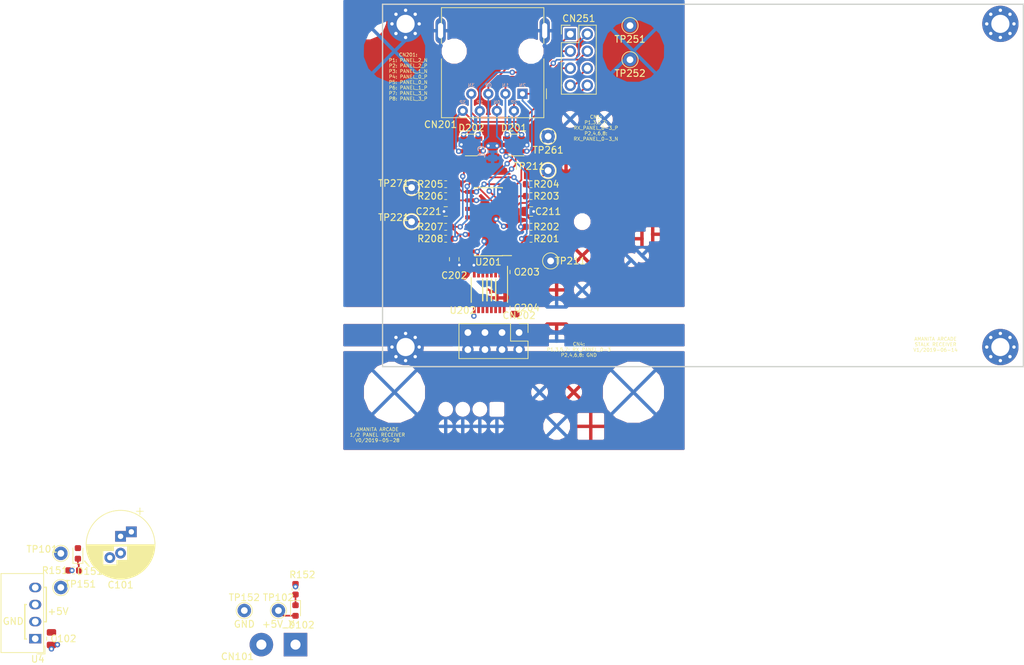
<source format=kicad_pcb>
(kicad_pcb (version 20171130) (host pcbnew 5.0.2-bee76a0~70~ubuntu18.04.1)
  (layers (0 F.Cu signal) (31 B.Cu signal) (34 B.Paste user) (35 F.Paste user) (36 B.SilkS user) (37 F.SilkS user) (38 B.Mask user) (39 F.Mask user) (44 Edge.Cuts user))
  (net 0 "")
  (net 1 /+2.5B)
  (net 2 /+2.5A)
  (net 3 /IN_TX_PANEL_1_P)
  (net 4 /IN_TX_PANEL_0_P)
  (net 5 /IN_TX_PANEL_0_N)
  (net 6 /IN_TX_PANEL_1_N)
  (net 7 /IN_TX_PANEL_2_P)
  (net 8 /IN_TX_PANEL_2_N)
  (net 9 /IN_TX_PANEL_3_N)
  (net 10 GND_S)
  (net 11 +5V_X)
  (net 12 +5V_SX)
  (net 13 "Net-(R10-Pad1)")
  (net 14 "Net-(U2-Pad7)")
  (net 15 /IN_TX_PANEL_3_P)
  (net 16 GND)
  (net 17 /IN_TX_PANEL_0)
  (net 18 /IN_TX_PANEL_1)
  (net 19 /IN_TX_PANEL_2)
  (net 20 /IN_TX_PANEL_3)
  (net 21 /TX_PANEL_3)
  (net 22 /TX_PANEL_2)
  (net 23 /TX_PANEL_1)
  (net 24 /TX_PANEL_0)
  (net 25 "Net-(D4-Pad1)")
  (net 26 "Net-(D3-Pad1)")
  (module MountingHole:MountingHole_2.7mm_M2.5_Pad_Via (layer F.Cu) (at 183.388 53.086)
    (fp_text reference H2 hide)
    (fp_text value MountingHole_Pad)
    (pad 1 thru_hole circle (at 1.431891 -1.431891) (size 0.8 0.8) (drill 0.5) (layers *.Cu *.Mask) (net 16 GND))
    (pad 1 thru_hole circle (at 0 -2.025) (size 0.8 0.8) (drill 0.5) (layers *.Cu *.Mask) (net 16 GND))
    (pad 1 thru_hole circle (at -1.431891 -1.431891) (size 0.8 0.8) (drill 0.5) (layers *.Cu *.Mask) (net 16 GND))
    (pad 1 thru_hole circle (at -2.025 0) (size 0.8 0.8) (drill 0.5) (layers *.Cu *.Mask) (net 16 GND))
    (pad 1 thru_hole circle (at -1.431891 1.431891) (size 0.8 0.8) (drill 0.5) (layers *.Cu *.Mask) (net 16 GND))
    (pad 1 thru_hole circle (at 0 2.025) (size 0.8 0.8) (drill 0.5) (layers *.Cu *.Mask) (net 16 GND))
    (pad 1 thru_hole circle (at 1.431891 1.431891) (size 0.8 0.8) (drill 0.5) (layers *.Cu *.Mask) (net 16 GND))
    (pad 1 thru_hole circle (at 2.025 0) (size 0.8 0.8) (drill 0.5) (layers *.Cu *.Mask) (net 16 GND))
    (pad 1 thru_hole circle (at 0 0) (size 5.4 5.4) (drill 2.7) (layers *.Cu *.Mask) (net 16 GND))
  )
  (module MountingHole:MountingHole_2.7mm_M2.5_Pad_Via (layer F.Cu) (at 94.869 53.086)
    (fp_text reference H1 hide)
    (fp_text value MountingHole_Pad)
    (pad 1 thru_hole circle (at 0 0) (size 5.4 5.4) (drill 2.7) (layers *.Cu *.Mask) (net 10 GND_S))
    (pad 1 thru_hole circle (at 2.025 0) (size 0.8 0.8) (drill 0.5) (layers *.Cu *.Mask) (net 10 GND_S))
    (pad 1 thru_hole circle (at 1.431891 1.431891) (size 0.8 0.8) (drill 0.5) (layers *.Cu *.Mask) (net 10 GND_S))
    (pad 1 thru_hole circle (at 0 2.025) (size 0.8 0.8) (drill 0.5) (layers *.Cu *.Mask) (net 10 GND_S))
    (pad 1 thru_hole circle (at -1.431891 1.431891) (size 0.8 0.8) (drill 0.5) (layers *.Cu *.Mask) (net 10 GND_S))
    (pad 1 thru_hole circle (at -2.025 0) (size 0.8 0.8) (drill 0.5) (layers *.Cu *.Mask) (net 10 GND_S))
    (pad 1 thru_hole circle (at -1.431891 -1.431891) (size 0.8 0.8) (drill 0.5) (layers *.Cu *.Mask) (net 10 GND_S))
    (pad 1 thru_hole circle (at 0 -2.025) (size 0.8 0.8) (drill 0.5) (layers *.Cu *.Mask) (net 10 GND_S))
    (pad 1 thru_hole circle (at 1.431891 -1.431891) (size 0.8 0.8) (drill 0.5) (layers *.Cu *.Mask) (net 10 GND_S))
  )
  (module MountingHole:MountingHole_2.7mm_M2.5_Pad_Via (layer F.Cu) (at 183.388 101.219)
    (fp_text reference H4 hide)
    (fp_text value MountingHole_Pad)
    (pad 1 thru_hole circle (at 1.431891 -1.431891) (size 0.8 0.8) (drill 0.5) (layers *.Cu *.Mask) (net 16 GND))
    (pad 1 thru_hole circle (at 0 -2.025) (size 0.8 0.8) (drill 0.5) (layers *.Cu *.Mask) (net 16 GND))
    (pad 1 thru_hole circle (at -1.431891 -1.431891) (size 0.8 0.8) (drill 0.5) (layers *.Cu *.Mask) (net 16 GND))
    (pad 1 thru_hole circle (at -2.025 0) (size 0.8 0.8) (drill 0.5) (layers *.Cu *.Mask) (net 16 GND))
    (pad 1 thru_hole circle (at -1.431891 1.431891) (size 0.8 0.8) (drill 0.5) (layers *.Cu *.Mask) (net 16 GND))
    (pad 1 thru_hole circle (at 0 2.025) (size 0.8 0.8) (drill 0.5) (layers *.Cu *.Mask) (net 16 GND))
    (pad 1 thru_hole circle (at 1.431891 1.431891) (size 0.8 0.8) (drill 0.5) (layers *.Cu *.Mask) (net 16 GND))
    (pad 1 thru_hole circle (at 2.025 0) (size 0.8 0.8) (drill 0.5) (layers *.Cu *.Mask) (net 16 GND))
    (pad 1 thru_hole circle (at 0 0) (size 5.4 5.4) (drill 2.7) (layers *.Cu *.Mask) (net 16 GND))
  )
  (module MountingHole:MountingHole_2.7mm_M2.5_Pad_Via (layer F.Cu) (at 94.869 101.219)
    (fp_text reference H3 hide)
    (fp_text value MountingHole_Pad)
    (pad 1 thru_hole circle (at 0 0) (size 5.4 5.4) (drill 2.7) (layers *.Cu *.Mask) (net 10 GND_S))
    (pad 1 thru_hole circle (at 2.025 0) (size 0.8 0.8) (drill 0.5) (layers *.Cu *.Mask) (net 10 GND_S))
    (pad 1 thru_hole circle (at 1.431891 1.431891) (size 0.8 0.8) (drill 0.5) (layers *.Cu *.Mask) (net 10 GND_S))
    (pad 1 thru_hole circle (at 0 2.025) (size 0.8 0.8) (drill 0.5) (layers *.Cu *.Mask) (net 10 GND_S))
    (pad 1 thru_hole circle (at -1.431891 1.431891) (size 0.8 0.8) (drill 0.5) (layers *.Cu *.Mask) (net 10 GND_S))
    (pad 1 thru_hole circle (at -2.025 0) (size 0.8 0.8) (drill 0.5) (layers *.Cu *.Mask) (net 10 GND_S))
    (pad 1 thru_hole circle (at -1.431891 -1.431891) (size 0.8 0.8) (drill 0.5) (layers *.Cu *.Mask) (net 10 GND_S))
    (pad 1 thru_hole circle (at 0 -2.025) (size 0.8 0.8) (drill 0.5) (layers *.Cu *.Mask) (net 10 GND_S))
    (pad 1 thru_hole circle (at 1.431891 -1.431891) (size 0.8 0.8) (drill 0.5) (layers *.Cu *.Mask) (net 10 GND_S))
  )
  (module Diode_SMD:D_0603_1608Metric (layer F.Cu) (at 46.101 131.953 90)
    (fp_text reference D151 (at -2.667 1.778 180) (layer F.SilkS))
    (fp_text value LED)
    (pad 2 smd roundrect (at 0.7875 0 90) (size 0.875 0.95) (layers F.Cu F.Paste F.Mask) (net 12 +5V_SX))
    (pad 1 smd roundrect (at -0.7875 0 90) (size 0.875 0.95) (layers F.Cu F.Paste F.Mask) (net 26 "Net-(D3-Pad1)"))
  )
  (module Diode_SMD:D_0603_1608Metric (layer F.Cu) (at 78.486 140.462 270)
    (fp_text reference D102 (at 2.159 -0.889) (layer F.SilkS))
    (fp_text value LED)
    (pad 1 smd roundrect (at -0.7875 0 270) (size 0.875 0.95) (layers F.Cu F.Paste F.Mask) (net 25 "Net-(D4-Pad1)"))
    (pad 2 smd roundrect (at 0.7875 0 270) (size 0.875 0.95) (layers F.Cu F.Paste F.Mask) (net 11 +5V_X))
  )
  (module Resistor_SMD:R_0603_1608Metric (layer F.Cu) (at 45.466 134.493 180)
    (fp_text reference R151 (at 2.794 0 180) (layer F.SilkS))
    (fp_text value 470)
    (pad 2 smd roundrect (at 0.7875 0 180) (size 0.875 0.95) (layers F.Cu F.Paste F.Mask) (net 10 GND_S))
    (pad 1 smd roundrect (at -0.7875 0 180) (size 0.875 0.95) (layers F.Cu F.Paste F.Mask) (net 26 "Net-(D3-Pad1)"))
  )
  (module Resistor_SMD:R_0603_1608Metric (layer F.Cu) (at 78.486 137.287 90)
    (fp_text reference R152 (at 2.159 1.016 180) (layer F.SilkS))
    (fp_text value 470)
    (pad 1 smd roundrect (at -0.7875 0 90) (size 0.875 0.95) (layers F.Cu F.Paste F.Mask) (net 25 "Net-(D4-Pad1)"))
    (pad 2 smd roundrect (at 0.7875 0 90) (size 0.875 0.95) (layers F.Cu F.Paste F.Mask) (net 16 GND))
  )
  (module Connector_PinHeader_2.54mm:PinHeader_2x04_P2.54mm_Vertical (layer F.Cu) (at 111.76 99.06 270)
    (fp_text reference CN202 (at -2.54 0) (layer F.SilkS))
    (fp_text value Conn_01x08)
    (pad 8 thru_hole oval (at 2.54 7.62 270) (size 1.7 1.7) (drill 1) (layers *.Cu *.Mask) (net 16 GND))
    (pad 7 thru_hole oval (at 0 7.62 270) (size 1.7 1.7) (drill 1) (layers *.Cu *.Mask) (net 21 /TX_PANEL_3))
    (pad 6 thru_hole oval (at 2.54 5.08 270) (size 1.7 1.7) (drill 1) (layers *.Cu *.Mask) (net 16 GND))
    (pad 5 thru_hole oval (at 0 5.08 270) (size 1.7 1.7) (drill 1) (layers *.Cu *.Mask) (net 22 /TX_PANEL_2))
    (pad 4 thru_hole oval (at 2.54 2.54 270) (size 1.7 1.7) (drill 1) (layers *.Cu *.Mask) (net 16 GND))
    (pad 3 thru_hole oval (at 0 2.54 270) (size 1.7 1.7) (drill 1) (layers *.Cu *.Mask) (net 23 /TX_PANEL_1))
    (pad 2 thru_hole oval (at 2.54 0 270) (size 1.7 1.7) (drill 1) (layers *.Cu *.Mask) (net 16 GND))
    (pad 1 thru_hole rect (at 0 0 270) (size 1.7 1.7) (drill 1) (layers *.Cu *.Mask) (net 24 /TX_PANEL_0))
  )
  (module Capacitor_SMD:C_0805_2012Metric (layer F.Cu) (at 100.838 81.026 180)
    (fp_text reference C221 (at 2.54 0) (layer F.SilkS))
    (fp_text value 0.1u)
    (pad 2 smd roundrect (at 0.9375 0 180) (size 0.975 1.4) (layers F.Cu F.Paste F.Mask) (net 10 GND_S))
    (pad 1 smd roundrect (at -0.9375 0 180) (size 0.975 1.4) (layers F.Cu F.Paste F.Mask) (net 1 /+2.5B))
  )
  (module Resistor_SMD:R_0603_1608Metric (layer F.Cu) (at 100.838 85.09 180)
    (fp_text reference R208 (at 2.286 0) (layer F.SilkS))
    (fp_text value 56)
    (pad 2 smd roundrect (at 0.7875 0 180) (size 0.875 0.95) (layers F.Cu F.Paste F.Mask) (net 1 /+2.5B))
    (pad 1 smd roundrect (at -0.7875 0 180) (size 0.875 0.95) (layers F.Cu F.Paste F.Mask) (net 15 /IN_TX_PANEL_3_P))
  )
  (module Resistor_SMD:R_0603_1608Metric (layer F.Cu) (at 100.838 76.962 180)
    (fp_text reference R205 (at 2.286 0) (layer F.SilkS))
    (fp_text value 56)
    (pad 2 smd roundrect (at 0.7875 0 180) (size 0.875 0.95) (layers F.Cu F.Paste F.Mask) (net 1 /+2.5B))
    (pad 1 smd roundrect (at -0.7875 0 180) (size 0.875 0.95) (layers F.Cu F.Paste F.Mask) (net 8 /IN_TX_PANEL_2_N))
  )
  (module Resistor_SMD:R_0603_1608Metric (layer F.Cu) (at 100.838 78.74 180)
    (fp_text reference R206 (at 2.286 0) (layer F.SilkS))
    (fp_text value 56)
    (pad 2 smd roundrect (at 0.7875 0 180) (size 0.875 0.95) (layers F.Cu F.Paste F.Mask) (net 1 /+2.5B))
    (pad 1 smd roundrect (at -0.7875 0 180) (size 0.875 0.95) (layers F.Cu F.Paste F.Mask) (net 7 /IN_TX_PANEL_2_P))
  )
  (module Resistor_SMD:R_0603_1608Metric (layer F.Cu) (at 100.838 83.312 180)
    (fp_text reference R207 (at 2.286 0) (layer F.SilkS))
    (fp_text value 56)
    (pad 2 smd roundrect (at 0.7875 0 180) (size 0.875 0.95) (layers F.Cu F.Paste F.Mask) (net 1 /+2.5B))
    (pad 1 smd roundrect (at -0.7875 0 180) (size 0.875 0.95) (layers F.Cu F.Paste F.Mask) (net 9 /IN_TX_PANEL_3_N))
  )
  (module TestPoint:TestPoint_THTPad_D2.0mm_Drill1.0mm (layer F.Cu) (at 70.866 140.462 180)
    (fp_text reference TP152 (at 0 1.939 180) (layer F.SilkS))
    (fp_text value TestPoint)
    (pad 1 thru_hole circle (at 0 0 180) (size 2 2) (drill 1) (layers *.Cu *.Mask) (net 16 GND))
  )
  (module Capacitor_THT:CP_Radial_D10.0mm_P2.50mm_P5.00mm (layer F.Cu) (at 52.451 129.413 270)
    (fp_text reference C101 (at 7.239 0) (layer F.SilkS))
    (fp_text value 100u)
    (pad 2 thru_hole circle (at 3.170937 1.6 270) (size 1.6 1.6) (drill 0.8) (layers *.Cu *.Mask) (net 10 GND_S))
    (pad 1 thru_hole rect (at -0.670937 -1.6 270) (size 1.6 1.6) (drill 0.8) (layers *.Cu *.Mask) (net 12 +5V_SX))
    (pad 2 thru_hole circle (at 2.5 0 270) (size 1.6 1.6) (drill 0.8) (layers *.Cu *.Mask) (net 10 GND_S))
    (pad 1 thru_hole rect (at 0 0 270) (size 1.6 1.6) (drill 0.8) (layers *.Cu *.Mask) (net 12 +5V_SX))
  )
  (module Connector_Wire:SolderWirePad_1x02_P5.08mm_Drill1.5mm (layer F.Cu) (at 78.486 145.542 180)
    (fp_text reference CN101 (at 8.636 -1.778 180) (layer F.SilkS))
    (fp_text value Conn_01x02)
    (pad 2 thru_hole circle (at 5.08 0 180) (size 3.50012 3.50012) (drill 1.50114) (layers *.Cu *.Mask) (net 16 GND))
    (pad 1 thru_hole rect (at 0 0 180) (size 3.50012 3.50012) (drill 1.50114) (layers *.Cu *.Mask) (net 11 +5V_X))
  )
  (module Connector_PinHeader_2.54mm:PinHeader_2x04_P2.54mm_Vertical (layer F.Cu) (at 119.38 54.61)
    (fp_text reference CN251 (at 1.27 -2.33) (layer F.SilkS))
    (fp_text value Conn_01x04)
    (pad 8 thru_hole oval (at 2.54 7.62) (size 1.7 1.7) (drill 1) (layers *.Cu *.Mask) (net 9 /IN_TX_PANEL_3_N))
    (pad 7 thru_hole oval (at 0 7.62) (size 1.7 1.7) (drill 1) (layers *.Cu *.Mask) (net 15 /IN_TX_PANEL_3_P))
    (pad 6 thru_hole oval (at 2.54 5.08) (size 1.7 1.7) (drill 1) (layers *.Cu *.Mask) (net 8 /IN_TX_PANEL_2_N))
    (pad 5 thru_hole oval (at 0 5.08) (size 1.7 1.7) (drill 1) (layers *.Cu *.Mask) (net 7 /IN_TX_PANEL_2_P))
    (pad 4 thru_hole oval (at 2.54 2.54) (size 1.7 1.7) (drill 1) (layers *.Cu *.Mask) (net 6 /IN_TX_PANEL_1_N))
    (pad 3 thru_hole oval (at 0 2.54) (size 1.7 1.7) (drill 1) (layers *.Cu *.Mask) (net 3 /IN_TX_PANEL_1_P))
    (pad 2 thru_hole oval (at 2.54 0) (size 1.7 1.7) (drill 1) (layers *.Cu *.Mask) (net 5 /IN_TX_PANEL_0_N))
    (pad 1 thru_hole rect (at 0 0) (size 1.7 1.7) (drill 1) (layers *.Cu *.Mask) (net 4 /IN_TX_PANEL_0_P))
  )
  (module Converter_DCDC:Converter_DCDC_muRata_CRE1xxxxxx3C_THT (layer F.Cu) (at 39.751 144.653 180)
    (fp_text reference U4 (at -0.381 -3.048 180) (layer F.SilkS))
    (fp_text value CRE1S0505S3C)
    (pad 1 thru_hole rect (at 0 0 90) (size 1.4 1.8) (drill 1) (layers *.Cu *.Mask) (net 16 GND))
    (pad 2 thru_hole oval (at 0 2.54 90) (size 1.4 1.8) (drill 1) (layers *.Cu *.Mask) (net 11 +5V_X))
    (pad 3 thru_hole oval (at 0 5.08 90) (size 1.4 1.8) (drill 1) (layers *.Cu *.Mask) (net 10 GND_S))
    (pad 4 thru_hole oval (at 0 7.62 90) (size 1.4 1.8) (drill 1) (layers *.Cu *.Mask) (net 12 +5V_SX))
  )
  (module Package_SO:QSOP-16_3.9x4.9mm_P0.635mm (layer F.Cu) (at 107.315 92.71 270)
    (fp_text reference U202 (at 3.048 3.937) (layer F.SilkS))
    (fp_text value Si8640EB-B-IU)
    (pad 16 smd rect (at 2.6543 -2.2225 270) (size 1.6 0.41) (layers F.Cu F.Paste F.Mask) (net 11 +5V_X))
    (pad 15 smd rect (at 2.6543 -1.5875 270) (size 1.6 0.41) (layers F.Cu F.Paste F.Mask) (net 16 GND))
    (pad 14 smd rect (at 2.6543 -0.9525 270) (size 1.6 0.41) (layers F.Cu F.Paste F.Mask) (net 24 /TX_PANEL_0))
    (pad 13 smd rect (at 2.6543 -0.3175 270) (size 1.6 0.41) (layers F.Cu F.Paste F.Mask) (net 23 /TX_PANEL_1))
    (pad 12 smd rect (at 2.6543 0.3175 270) (size 1.6 0.41) (layers F.Cu F.Paste F.Mask) (net 22 /TX_PANEL_2))
    (pad 11 smd rect (at 2.6543 0.9525 270) (size 1.6 0.41) (layers F.Cu F.Paste F.Mask) (net 21 /TX_PANEL_3))
    (pad 10 smd rect (at 2.6543 1.5875 270) (size 1.6 0.41) (layers F.Cu F.Paste F.Mask) (net 11 +5V_X))
    (pad 9 smd rect (at 2.6543 2.2225 270) (size 1.6 0.41) (layers F.Cu F.Paste F.Mask) (net 16 GND))
    (pad 8 smd rect (at -2.6543 2.2225 270) (size 1.6 0.41) (layers F.Cu F.Paste F.Mask) (net 10 GND_S))
    (pad 7 smd rect (at -2.6543 1.5875 270) (size 1.6 0.41) (layers F.Cu F.Paste F.Mask) (net 14 "Net-(U2-Pad7)"))
    (pad 6 smd rect (at -2.6543 0.9525 270) (size 1.6 0.41) (layers F.Cu F.Paste F.Mask) (net 20 /IN_TX_PANEL_3))
    (pad 5 smd rect (at -2.6543 0.3175 270) (size 1.6 0.41) (layers F.Cu F.Paste F.Mask) (net 19 /IN_TX_PANEL_2))
    (pad 4 smd rect (at -2.6543 -0.3175 270) (size 1.6 0.41) (layers F.Cu F.Paste F.Mask) (net 18 /IN_TX_PANEL_1))
    (pad 3 smd rect (at -2.6543 -0.9525 270) (size 1.6 0.41) (layers F.Cu F.Paste F.Mask) (net 17 /IN_TX_PANEL_0))
    (pad 2 smd rect (at -2.6543 -1.5875 270) (size 1.6 0.41) (layers F.Cu F.Paste F.Mask) (net 10 GND_S))
    (pad 1 smd rect (at -2.6543 -2.2225 270) (size 1.6 0.41) (layers F.Cu F.Paste F.Mask) (net 12 +5V_SX))
  )
  (module Package_SO:SOIC-16_3.9x9.9mm_P1.27mm (layer F.Cu) (at 107.188 82.55 180)
    (fp_text reference U201 (at 0 -6 180) (layer F.SilkS))
    (fp_text value MC3486N)
    (pad 16 smd rect (at 2.7 -4.445 180) (size 1.5 0.6) (layers F.Cu F.Paste F.Mask) (net 12 +5V_SX))
    (pad 15 smd rect (at 2.7 -3.175 180) (size 1.5 0.6) (layers F.Cu F.Paste F.Mask) (net 9 /IN_TX_PANEL_3_N))
    (pad 14 smd rect (at 2.7 -1.905 180) (size 1.5 0.6) (layers F.Cu F.Paste F.Mask) (net 15 /IN_TX_PANEL_3_P))
    (pad 13 smd rect (at 2.7 -0.635 180) (size 1.5 0.6) (layers F.Cu F.Paste F.Mask) (net 20 /IN_TX_PANEL_3))
    (pad 12 smd rect (at 2.7 0.635 180) (size 1.5 0.6) (layers F.Cu F.Paste F.Mask) (net 12 +5V_SX))
    (pad 11 smd rect (at 2.7 1.905 180) (size 1.5 0.6) (layers F.Cu F.Paste F.Mask) (net 19 /IN_TX_PANEL_2))
    (pad 10 smd rect (at 2.7 3.175 180) (size 1.5 0.6) (layers F.Cu F.Paste F.Mask) (net 7 /IN_TX_PANEL_2_P))
    (pad 9 smd rect (at 2.7 4.445 180) (size 1.5 0.6) (layers F.Cu F.Paste F.Mask) (net 8 /IN_TX_PANEL_2_N))
    (pad 8 smd rect (at -2.7 4.445 180) (size 1.5 0.6) (layers F.Cu F.Paste F.Mask) (net 10 GND_S))
    (pad 7 smd rect (at -2.7 3.175 180) (size 1.5 0.6) (layers F.Cu F.Paste F.Mask) (net 6 /IN_TX_PANEL_1_N))
    (pad 6 smd rect (at -2.7 1.905 180) (size 1.5 0.6) (layers F.Cu F.Paste F.Mask) (net 3 /IN_TX_PANEL_1_P))
    (pad 5 smd rect (at -2.7 0.635 180) (size 1.5 0.6) (layers F.Cu F.Paste F.Mask) (net 18 /IN_TX_PANEL_1))
    (pad 4 smd rect (at -2.7 -0.635 180) (size 1.5 0.6) (layers F.Cu F.Paste F.Mask) (net 12 +5V_SX))
    (pad 3 smd rect (at -2.7 -1.905 180) (size 1.5 0.6) (layers F.Cu F.Paste F.Mask) (net 17 /IN_TX_PANEL_0))
    (pad 2 smd rect (at -2.7 -3.175 180) (size 1.5 0.6) (layers F.Cu F.Paste F.Mask) (net 4 /IN_TX_PANEL_0_P))
    (pad 1 smd rect (at -2.7 -4.445 180) (size 1.5 0.6) (layers F.Cu F.Paste F.Mask) (net 5 /IN_TX_PANEL_0_N))
  )
  (module Package_TO_SOT_SMD:SOT-23-6 (layer F.Cu) (at 104.648 71.12)
    (fp_text reference D202 (at 0 -2.54) (layer F.SilkS))
    (fp_text value D5V0P4UR6SO)
    (pad 5 smd rect (at 1.1 0) (size 1.06 0.65) (layers F.Cu F.Paste F.Mask) (net 12 +5V_SX))
    (pad 6 smd rect (at 1.1 -0.95) (size 1.06 0.65) (layers F.Cu F.Paste F.Mask) (net 3 /IN_TX_PANEL_1_P))
    (pad 4 smd rect (at 1.1 0.95) (size 1.06 0.65) (layers F.Cu F.Paste F.Mask) (net 4 /IN_TX_PANEL_0_P))
    (pad 3 smd rect (at -1.1 0.95) (size 1.06 0.65) (layers F.Cu F.Paste F.Mask) (net 15 /IN_TX_PANEL_3_P))
    (pad 2 smd rect (at -1.1 0) (size 1.06 0.65) (layers F.Cu F.Paste F.Mask) (net 10 GND_S))
    (pad 1 smd rect (at -1.1 -0.95) (size 1.06 0.65) (layers F.Cu F.Paste F.Mask) (net 9 /IN_TX_PANEL_3_N))
  )
  (module TestPoint:TestPoint_THTPad_D2.0mm_Drill1.0mm (layer F.Cu) (at 95.758 82.55 180)
    (fp_text reference TP221 (at 2.667 0.635 180) (layer F.SilkS))
    (fp_text value TestPoint)
    (pad 1 thru_hole circle (at 0 0 180) (size 2 2) (drill 1) (layers *.Cu *.Mask) (net 1 /+2.5B))
  )
  (module aa-shared:8P8C_Assmann_A-2014-2S-4 (layer F.Cu) (at 112.268 63.5 180)
    (fp_text reference CN201 (at 12.192 -4.572 180) (layer F.SilkS))
    (fp_text value 8P8C)
    (pad SH thru_hole oval (at 12.192 9.398 180) (size 1.524 3.81) (drill oval 0.762 2.286) (layers *.Cu *.Mask) (net 10 GND_S))
    (pad SH thru_hole oval (at -3.302 9.398 180) (size 1.524 3.81) (drill oval 0.762 2.286) (layers *.Cu *.Mask) (net 10 GND_S))
    (pad 8 thru_hole circle (at 8.89 -2.54 180) (size 1.52 1.52) (drill 0.76) (layers *.Cu *.Mask) (net 15 /IN_TX_PANEL_3_P))
    (pad 7 thru_hole circle (at 7.62 0 180) (size 1.52 1.52) (drill 0.76) (layers *.Cu *.Mask) (net 9 /IN_TX_PANEL_3_N))
    (pad 1 thru_hole rect (at 0 0 180) (size 1.52 1.52) (drill 0.76) (layers *.Cu *.Mask) (net 8 /IN_TX_PANEL_2_N))
    (pad "" np_thru_hole circle (at -1.27 6.35 180) (size 3.25 3.25) (drill 3.25) (layers *.Cu *.Mask))
    (pad 2 thru_hole circle (at 1.27 -2.54 180) (size 1.52 1.52) (drill 0.76) (layers *.Cu *.Mask) (net 7 /IN_TX_PANEL_2_P))
    (pad 3 thru_hole circle (at 2.54 0 180) (size 1.52 1.52) (drill 0.76) (layers *.Cu *.Mask) (net 6 /IN_TX_PANEL_1_N))
    (pad 4 thru_hole circle (at 3.81 -2.54 180) (size 1.52 1.52) (drill 0.76) (layers *.Cu *.Mask) (net 5 /IN_TX_PANEL_0_N))
    (pad 5 thru_hole circle (at 5.08 0 180) (size 1.52 1.52) (drill 0.76) (layers *.Cu *.Mask) (net 4 /IN_TX_PANEL_0_P))
    (pad 6 thru_hole circle (at 6.35 -2.54 180) (size 1.52 1.52) (drill 0.76) (layers *.Cu *.Mask) (net 3 /IN_TX_PANEL_1_P))
    (pad "" np_thru_hole circle (at 10.16 6.35 180) (size 3.25 3.25) (drill 3.25) (layers *.Cu *.Mask))
  )
  (module TestPoint:TestPoint_THTPad_D2.0mm_Drill1.0mm (layer F.Cu) (at 43.561 131.953)
    (fp_text reference TP101 (at -2.794 -0.635) (layer F.SilkS))
    (fp_text value TestPoint)
    (pad 1 thru_hole circle (at 0 0) (size 2 2) (drill 1) (layers *.Cu *.Mask) (net 12 +5V_SX))
  )
  (module Capacitor_SMD:C_0805_2012Metric (layer F.Cu) (at 111.125 95.377 270)
    (fp_text reference C204 (at 0 -1.778) (layer F.SilkS))
    (fp_text value 0.1u)
    (pad 2 smd roundrect (at 0.9375 0 270) (size 0.975 1.4) (layers F.Cu F.Paste F.Mask) (net 16 GND))
    (pad 1 smd roundrect (at -0.9375 0 270) (size 0.975 1.4) (layers F.Cu F.Paste F.Mask) (net 11 +5V_X))
  )
  (module Capacitor_SMD:C_0805_2012Metric (layer F.Cu) (at 42.164 144.653 270)
    (fp_text reference C102 (at 0 -1.778) (layer F.SilkS))
    (fp_text value 10u)
    (pad 2 smd roundrect (at 0.9375 0 270) (size 0.975 1.4) (layers F.Cu F.Paste F.Mask) (net 16 GND))
    (pad 1 smd roundrect (at -0.9375 0 270) (size 0.975 1.4) (layers F.Cu F.Paste F.Mask) (net 11 +5V_X))
  )
  (module TestPoint:TestPoint_THTPad_D2.0mm_Drill1.0mm (layer F.Cu) (at 116.078 74.93 180)
    (fp_text reference TP211 (at 2.794 0.635 180) (layer F.SilkS))
    (fp_text value TestPoint)
    (pad 1 thru_hole circle (at 0 0 180) (size 2 2) (drill 1) (layers *.Cu *.Mask) (net 2 /+2.5A))
  )
  (module Capacitor_SMD:C_0805_2012Metric (layer B.Cu) (at 107.823 72.136 270)
    (fp_text reference C1 (at 0 1.65 270) (layer B.SilkS) (effects (justify mirror)))
    (fp_text value 1u)
    (pad 2 smd roundrect (at 0.9375 0 270) (size 0.975 1.4) (layers B.Cu B.Paste B.Mask) (net 10 GND_S))
    (pad 1 smd roundrect (at -0.9375 0 270) (size 0.975 1.4) (layers B.Cu B.Paste B.Mask) (net 12 +5V_SX))
  )
  (module Capacitor_SMD:C_0805_2012Metric (layer F.Cu) (at 102.108 88.138 270)
    (fp_text reference C202 (at 2.413 0) (layer F.SilkS))
    (fp_text value 0.1u)
    (pad 2 smd roundrect (at 0.9375 0 270) (size 0.975 1.4) (layers F.Cu F.Paste F.Mask) (net 10 GND_S))
    (pad 1 smd roundrect (at -0.9375 0 270) (size 0.975 1.4) (layers F.Cu F.Paste F.Mask) (net 12 +5V_SX))
  )
  (module Capacitor_SMD:C_0805_2012Metric (layer F.Cu) (at 111.125 90.043 90)
    (fp_text reference C203 (at 0 1.778) (layer F.SilkS))
    (fp_text value 0.1u)
    (pad 2 smd roundrect (at 0.9375 0 90) (size 0.975 1.4) (layers F.Cu F.Paste F.Mask) (net 10 GND_S))
    (pad 1 smd roundrect (at -0.9375 0 90) (size 0.975 1.4) (layers F.Cu F.Paste F.Mask) (net 12 +5V_SX))
  )
  (module Capacitor_SMD:C_0805_2012Metric (layer F.Cu) (at 113.538 81.026)
    (fp_text reference C211 (at 2.54 0 180) (layer F.SilkS))
    (fp_text value 0.1u)
    (pad 2 smd roundrect (at 0.9375 0) (size 0.975 1.4) (layers F.Cu F.Paste F.Mask) (net 10 GND_S))
    (pad 1 smd roundrect (at -0.9375 0) (size 0.975 1.4) (layers F.Cu F.Paste F.Mask) (net 2 /+2.5A))
  )
  (module Package_TO_SOT_SMD:SOT-23-6 (layer F.Cu) (at 110.998 71.12 180)
    (fp_text reference D201 (at 0 2.54 180) (layer F.SilkS))
    (fp_text value D5V0P4UR6SO)
    (pad 5 smd rect (at 1.1 0 180) (size 1.06 0.65) (layers F.Cu F.Paste F.Mask) (net 12 +5V_SX))
    (pad 6 smd rect (at 1.1 -0.95 180) (size 1.06 0.65) (layers F.Cu F.Paste F.Mask) (net 5 /IN_TX_PANEL_0_N))
    (pad 4 smd rect (at 1.1 0.95 180) (size 1.06 0.65) (layers F.Cu F.Paste F.Mask) (net 6 /IN_TX_PANEL_1_N))
    (pad 3 smd rect (at -1.1 0.95 180) (size 1.06 0.65) (layers F.Cu F.Paste F.Mask) (net 7 /IN_TX_PANEL_2_P))
    (pad 2 smd rect (at -1.1 0 180) (size 1.06 0.65) (layers F.Cu F.Paste F.Mask) (net 10 GND_S))
    (pad 1 smd rect (at -1.1 -0.95 180) (size 1.06 0.65) (layers F.Cu F.Paste F.Mask) (net 8 /IN_TX_PANEL_2_N))
  )
  (module Resistor_SMD:R_0603_1608Metric (layer F.Cu) (at 113.538 85.09)
    (fp_text reference R201 (at 2.286 0 180) (layer F.SilkS))
    (fp_text value 56)
    (pad 2 smd roundrect (at 0.7875 0) (size 0.875 0.95) (layers F.Cu F.Paste F.Mask) (net 2 /+2.5A))
    (pad 1 smd roundrect (at -0.7875 0) (size 0.875 0.95) (layers F.Cu F.Paste F.Mask) (net 5 /IN_TX_PANEL_0_N))
  )
  (module Resistor_SMD:R_0603_1608Metric (layer F.Cu) (at 113.538 83.312)
    (fp_text reference R202 (at 2.286 0) (layer F.SilkS))
    (fp_text value 56)
    (pad 2 smd roundrect (at 0.7875 0) (size 0.875 0.95) (layers F.Cu F.Paste F.Mask) (net 2 /+2.5A))
    (pad 1 smd roundrect (at -0.7875 0) (size 0.875 0.95) (layers F.Cu F.Paste F.Mask) (net 4 /IN_TX_PANEL_0_P))
  )
  (module Resistor_SMD:R_0603_1608Metric (layer F.Cu) (at 113.538 78.74)
    (fp_text reference R203 (at 2.286 0 180) (layer F.SilkS))
    (fp_text value 56)
    (pad 2 smd roundrect (at 0.7875 0) (size 0.875 0.95) (layers F.Cu F.Paste F.Mask) (net 2 /+2.5A))
    (pad 1 smd roundrect (at -0.7875 0) (size 0.875 0.95) (layers F.Cu F.Paste F.Mask) (net 6 /IN_TX_PANEL_1_N))
  )
  (module Resistor_SMD:R_0603_1608Metric (layer F.Cu) (at 113.538 76.962)
    (fp_text reference R204 (at 2.286 0) (layer F.SilkS))
    (fp_text value 56)
    (pad 2 smd roundrect (at 0.7875 0) (size 0.875 0.95) (layers F.Cu F.Paste F.Mask) (net 2 /+2.5A))
    (pad 1 smd roundrect (at -0.7875 0) (size 0.875 0.95) (layers F.Cu F.Paste F.Mask) (net 3 /IN_TX_PANEL_1_P))
  )
  (module TestPoint:TestPoint_THTPad_D2.0mm_Drill1.0mm (layer F.Cu) (at 75.946 140.462 180)
    (fp_text reference TP102 (at 0 1.939 180) (layer F.SilkS))
    (fp_text value TestPoint)
    (pad 1 thru_hole circle (at 0 0 180) (size 2 2) (drill 1) (layers *.Cu *.Mask) (net 11 +5V_X))
  )
  (module TestPoint:TestPoint_THTPad_D2.0mm_Drill1.0mm (layer F.Cu) (at 116.459 88.392)
    (fp_text reference TP211 (at 2.921 0) (layer F.SilkS))
    (fp_text value TestPoint)
    (pad 1 thru_hole circle (at 0 0) (size 2 2) (drill 1) (layers *.Cu *.Mask) (net 13 "Net-(R10-Pad1)"))
  )
  (module TestPoint:TestPoint_THTPad_D2.0mm_Drill1.0mm (layer F.Cu) (at 95.758 77.47 180)
    (fp_text reference TP271 (at 2.667 0.635 180) (layer F.SilkS))
    (fp_text value TestPoint)
    (pad 1 thru_hole circle (at 0 0 180) (size 2 2) (drill 1) (layers *.Cu *.Mask) (net 10 GND_S))
  )
  (module TestPoint:TestPoint_THTPad_D2.0mm_Drill1.0mm (layer F.Cu) (at 116.078 69.85 180)
    (fp_text reference TP261 (at 0 -2.032 180) (layer F.SilkS))
    (fp_text value TestPoint)
    (pad 1 thru_hole circle (at 0 0 180) (size 2 2) (drill 1) (layers *.Cu *.Mask) (net 10 GND_S))
  )
  (module TestPoint:TestPoint_THTPad_D2.0mm_Drill1.0mm (layer F.Cu) (at 128.27 58.42)
    (fp_text reference TP252 (at 0 2.032) (layer F.SilkS))
    (fp_text value TestPoint)
    (pad 1 thru_hole circle (at 0 0) (size 2 2) (drill 1) (layers *.Cu *.Mask) (net 10 GND_S))
  )
  (module TestPoint:TestPoint_THTPad_D2.0mm_Drill1.0mm (layer F.Cu) (at 128.27 53.34)
    (fp_text reference TP251 (at 0 2.032) (layer F.SilkS))
    (fp_text value TestPoint)
    (pad 1 thru_hole circle (at 0 0) (size 2 2) (drill 1) (layers *.Cu *.Mask) (net 10 GND_S))
  )
  (module TestPoint:TestPoint_THTPad_D2.0mm_Drill1.0mm (layer F.Cu) (at 43.561 137.033)
    (fp_text reference TP151 (at 2.921 -0.508) (layer F.SilkS))
    (fp_text value TestPoint)
    (pad 1 thru_hole circle (at 0 0) (size 2 2) (drill 1) (layers *.Cu *.Mask) (net 10 GND_S))
  )
  (gr_text "AMANITA ARCADE\nSTALK RECEIVER\nV1/2019-06-14" (at 173.736 100.838) (layer F.SilkS) (effects (font (size 0.508 0.508) (thickness 0.0762))))
  (gr_line (start 186.817 104.14) (end 91.44 104.14) (layer Edge.Cuts) (width 0.2))
  (gr_line (start 186.817 50.165) (end 186.817 104.14) (layer Edge.Cuts) (width 0.2))
  (gr_line (start 91.44 50.165) (end 186.817 50.165) (layer Edge.Cuts) (width 0.2))
  (gr_line (start 91.44 104.14) (end 91.44 50.165) (layer Edge.Cuts) (width 0.2))
  (gr_line (start 47.752 133.858) (end 47.117 133.096) (layer F.SilkS) (width 0.2))
  (gr_text 3N (at 104.648 62.23) (layer B.SilkS) (effects (font (size 0.508 0.508) (thickness 0.0762)) (justify mirror)))
  (gr_text 3P (at 103.378 64.77) (layer B.SilkS) (effects (font (size 0.508 0.508) (thickness 0.0762)) (justify mirror)))
  (gr_text 2N (at 112.268 62.23) (layer B.SilkS) (effects (font (size 0.508 0.508) (thickness 0.0762)) (justify mirror)))
  (gr_text 2P (at 110.998 64.77) (layer B.SilkS) (effects (font (size 0.508 0.508) (thickness 0.0762)) (justify mirror)))
  (gr_text 1N (at 109.728 62.23) (layer B.SilkS) (effects (font (size 0.508 0.508) (thickness 0.0762)) (justify mirror)))
  (gr_text 1P (at 105.918 64.77) (layer B.SilkS) (effects (font (size 0.508 0.508) (thickness 0.0762)) (justify mirror)))
  (gr_text 0N (at 108.458 64.77) (layer B.SilkS) (effects (font (size 0.508 0.508) (thickness 0.0762)) (justify mirror)))
  (gr_text 0P (at 107.188 62.23) (layer B.SilkS) (effects (font (size 0.508 0.508) (thickness 0.0762)) (justify mirror)))
  (gr_text "CN201:\nP1: PANEL_2_N\nP2: PANEL_2_P\nP3: PANEL_1_N\nP4: PANEL_0_P\nP5: PANEL_0_N\nP6: PANEL_1_P\nP7: PANEL_3_N\nP8: PANEL_3_P" (at 95.25 60.96) (layer F.SilkS) (effects (font (size 0.508 0.508) (thickness 0.0762))))
  (gr_text "CN1:\nP1,3,5,7:\nRX_PANEL_0-3_P\nP2,4,6,8:\nRX_PANEL_0-3_N" (at 123.19 68.58) (layer F.SilkS) (effects (font (size 0.508 0.508) (thickness 0.0762))))
  (gr_text "CN4:\nP1,3,5,7: RX_PANEL_0-3\nP2,4,6,8: GND" (at 120.65 101.6) (layer F.SilkS) (effects (font (size 0.508 0.508) (thickness 0.0762))))
  (gr_text GND (at 36.4744 142.0622) (layer F.SilkS) (effects (font (size 1.016 1.016) (thickness 0.1524))))
  (gr_text +5V (at 43.1546 140.589) (layer F.SilkS) (effects (font (size 1.016 1.016) (thickness 0.1524))))
  (gr_line (start 38.2016 139.573) (end 38.4302 139.573) (layer F.SilkS) (width 0.2))
  (gr_line (start 38.4302 144.7038) (end 38.2016 144.7038) (layer F.SilkS) (width 0.2))
  (gr_line (start 38.2016 139.573) (end 38.2016 144.7038) (layer F.SilkS) (width 0.2))
  (gr_line (start 41.402 142.1384) (end 41.1734 142.1384) (layer F.SilkS) (width 0.2))
  (gr_line (start 41.402 137.0076) (end 41.402 142.1384) (layer F.SilkS) (width 0.2))
  (gr_line (start 41.1734 137.0076) (end 41.402 137.0076) (layer F.SilkS) (width 0.2))
  (gr_line (start 108.2802 91.0844) (end 108.2802 94.3356) (layer F.SilkS) (width 0.2))
  (gr_line (start 106.3498 91.0844) (end 106.3498 94.3356) (layer F.SilkS) (width 0.2))
  (gr_line (start 106.9848 91.0844) (end 106.9848 94.3356) (layer F.SilkS) (width 0.2))
  (gr_line (start 107.6452 91.0844) (end 107.6452 94.3356) (layer F.SilkS) (width 0.2))
  (gr_text +5V_X (at 75.946 142.494) (layer F.SilkS) (effects (font (size 1.016 1.016) (thickness 0.1524))))
  (gr_text GND (at 70.866 142.494) (layer F.SilkS) (effects (font (size 1.016 1.016) (thickness 0.1524))))
  (gr_text "AMANITA ARCADE\n1/2 PANEL RECEIVER\nV0/2019-05-28" (at 90.678 114.3) (layer F.SilkS) (effects (font (size 0.508 0.508) (thickness 0.0762))))
  (segment (start 100.0505 77.537) (end 100.076 77.5625) (width 0.508) (layer F.Cu) (net 1))
  (segment (start 100.0505 76.962) (end 100.0505 77.537) (width 0.508) (layer F.Cu) (net 1))
  (segment (start 100.076 77.5625) (end 100.076 78.613) (width 0.508) (layer F.Cu) (net 1))
  (segment (start 100.076 78.613) (end 101.727 80.264) (width 0.508) (layer F.Cu) (net 1))
  (segment (start 101.727 80.264) (end 101.727 81.661) (width 0.508) (layer F.Cu) (net 1))
  (segment (start 101.727 81.661) (end 100.076 83.312) (width 0.508) (layer F.Cu) (net 1))
  (segment (start 97.172213 82.55) (end 97.934213 83.312) (width 0.254) (layer F.Cu) (net 1))
  (segment (start 95.758 82.55) (end 97.172213 82.55) (width 0.254) (layer F.Cu) (net 1))
  (segment (start 97.934213 83.312) (end 100.076 83.312) (width 0.254) (layer F.Cu) (net 1))
  (segment (start 100.076 85.217) (end 100.076 83.312) (width 0.508) (layer F.Cu) (net 1))
  (segment (start 114.3 82.931) (end 114.3 85.09) (width 0.508) (layer F.Cu) (net 2))
  (segment (start 112.649 81.28) (end 114.3 82.931) (width 0.508) (layer F.Cu) (net 2))
  (segment (start 112.649 80.772) (end 112.649 81.28) (width 0.508) (layer F.Cu) (net 2))
  (segment (start 114.3255 76.962) (end 114.3255 79.0955) (width 0.508) (layer F.Cu) (net 2))
  (segment (start 114.3255 79.0955) (end 112.649 80.772) (width 0.508) (layer F.Cu) (net 2))
  (segment (start 115.078001 75.929999) (end 114.570001 75.929999) (width 0.254) (layer F.Cu) (net 2))
  (segment (start 116.078 74.93) (end 115.078001 75.929999) (width 0.254) (layer F.Cu) (net 2))
  (segment (start 114.570001 75.929999) (end 114.3 76.2) (width 0.254) (layer F.Cu) (net 2))
  (segment (start 114.3 76.2) (end 114.3 76.962) (width 0.254) (layer F.Cu) (net 2))
  (via (at 105.664 69.595992) (size 0.8) (drill 0.4) (layers F.Cu B.Cu) (net 3))
  (segment (start 105.748 70.17) (end 105.672323 70.17) (width 0.254) (layer F.Cu) (net 3))
  (segment (start 105.672323 70.17) (end 105.664 70.161677) (width 0.254) (layer F.Cu) (net 3))
  (segment (start 105.918 66.04) (end 105.918 69.341992) (width 0.254) (layer B.Cu) (net 3))
  (segment (start 105.918 69.341992) (end 105.664 69.595992) (width 0.254) (layer B.Cu) (net 3))
  (segment (start 105.664 70.161677) (end 105.664 69.595992) (width 0.254) (layer F.Cu) (net 3))
  (segment (start 111.887 79.756) (end 110.998 80.645) (width 0.254) (layer F.Cu) (net 3))
  (segment (start 110.998 80.645) (end 109.855 80.645) (width 0.254) (layer F.Cu) (net 3))
  (segment (start 113.538 79.164564) (end 112.946564 79.756) (width 0.254) (layer F.Cu) (net 3))
  (segment (start 112.946564 79.756) (end 111.887 79.756) (width 0.254) (layer F.Cu) (net 3))
  (segment (start 113.538 77.7495) (end 113.538 79.164564) (width 0.254) (layer F.Cu) (net 3))
  (segment (start 112.7505 76.962) (end 113.538 77.7495) (width 0.254) (layer F.Cu) (net 3))
  (segment (start 114.57301 60.30599) (end 111.309687 60.30599) (width 0.254) (layer F.Cu) (net 3))
  (via (at 110.744002 60.30599) (size 0.8) (drill 0.4) (layers F.Cu B.Cu) (net 3))
  (segment (start 108.35001 60.30599) (end 110.178317 60.30599) (width 0.254) (layer B.Cu) (net 3))
  (segment (start 110.178317 60.30599) (end 110.744002 60.30599) (width 0.254) (layer B.Cu) (net 3))
  (segment (start 105.918 66.04) (end 105.918 62.738) (width 0.254) (layer B.Cu) (net 3))
  (segment (start 105.918 62.738) (end 108.35001 60.30599) (width 0.254) (layer B.Cu) (net 3))
  (segment (start 111.309687 60.30599) (end 110.744002 60.30599) (width 0.254) (layer F.Cu) (net 3))
  (segment (start 119.253 57.15) (end 117.729 57.15) (width 0.254) (layer F.Cu) (net 3))
  (segment (start 117.729 57.15) (end 114.57301 60.30599) (width 0.254) (layer F.Cu) (net 3))
  (segment (start 108.887078 80.645) (end 109.982 80.645) (width 0.254) (layer F.Cu) (net 3))
  (segment (start 104.902 76.659922) (end 108.887078 80.645) (width 0.254) (layer F.Cu) (net 3))
  (segment (start 105.748 70.17) (end 104.902 70.170001) (width 0.254) (layer F.Cu) (net 3))
  (segment (start 104.902 70.170001) (end 104.902 76.659922) (width 0.254) (layer F.Cu) (net 3))
  (segment (start 112.7505 83.328302) (end 110.353802 85.725) (width 0.254) (layer F.Cu) (net 4))
  (segment (start 110.353802 85.725) (end 109.855 85.725) (width 0.254) (layer F.Cu) (net 4))
  (segment (start 105.748 72.07) (end 105.809006 72.008994) (width 0.254) (layer F.Cu) (net 4))
  (via (at 106.426 72.008994) (size 0.8) (drill 0.4) (layers F.Cu B.Cu) (net 4))
  (segment (start 105.860315 72.008994) (end 106.426 72.008994) (width 0.254) (layer F.Cu) (net 4))
  (segment (start 105.809006 72.008994) (end 105.860315 72.008994) (width 0.254) (layer F.Cu) (net 4))
  (segment (start 106.426 70.612) (end 106.426 72.008994) (width 0.254) (layer B.Cu) (net 4))
  (segment (start 107.188 63.5) (end 107.188 69.85) (width 0.254) (layer B.Cu) (net 4))
  (segment (start 107.188 69.85) (end 106.426 70.612) (width 0.254) (layer B.Cu) (net 4))
  (segment (start 112.776 83.312) (end 112.014 83.312) (width 0.254) (layer F.Cu) (net 4))
  (via (at 112.014 83.312) (size 0.8) (drill 0.4) (layers F.Cu B.Cu) (net 4))
  (segment (start 112.014 76.962) (end 111.398013 76.346013) (width 0.254) (layer B.Cu) (net 4))
  (via (at 110.998014 75.946014) (size 0.8) (drill 0.4) (layers F.Cu B.Cu) (net 4))
  (segment (start 112.014 83.312) (end 112.014 76.962) (width 0.254) (layer B.Cu) (net 4))
  (segment (start 111.398013 76.346013) (end 110.998014 75.946014) (width 0.254) (layer B.Cu) (net 4))
  (segment (start 107.188 62.425198) (end 107.188 63.5) (width 0.254) (layer F.Cu) (net 4))
  (segment (start 119.38 54.61) (end 114.427 59.563) (width 0.254) (layer F.Cu) (net 4))
  (segment (start 110.050198 59.563) (end 107.188 62.425198) (width 0.254) (layer F.Cu) (net 4))
  (segment (start 114.427 59.563) (end 110.050198 59.563) (width 0.254) (layer F.Cu) (net 4))
  (segment (start 110.432329 75.946014) (end 110.998014 75.946014) (width 0.254) (layer F.Cu) (net 4))
  (segment (start 106.172014 75.946014) (end 110.432329 75.946014) (width 0.254) (layer F.Cu) (net 4))
  (segment (start 105.748 72.07) (end 105.748 75.522) (width 0.254) (layer F.Cu) (net 4))
  (segment (start 105.748 75.522) (end 106.172014 75.946014) (width 0.254) (layer F.Cu) (net 4))
  (segment (start 112.7505 85.09) (end 110.8455 86.995) (width 0.254) (layer F.Cu) (net 5))
  (segment (start 110.8455 86.995) (end 109.855 86.995) (width 0.254) (layer F.Cu) (net 5))
  (segment (start 109.898 72.07) (end 109.837 72.009) (width 0.254) (layer F.Cu) (net 5))
  (segment (start 109.785685 72.009) (end 109.22 72.009) (width 0.254) (layer F.Cu) (net 5))
  (segment (start 109.837 72.009) (end 109.785685 72.009) (width 0.254) (layer F.Cu) (net 5))
  (via (at 109.22 72.009) (size 0.8) (drill 0.4) (layers F.Cu B.Cu) (net 5))
  (segment (start 109.22 70.612) (end 109.22 72.009) (width 0.254) (layer B.Cu) (net 5))
  (segment (start 108.458 66.04) (end 108.458 69.85) (width 0.254) (layer B.Cu) (net 5))
  (segment (start 108.458 69.85) (end 109.22 70.612) (width 0.254) (layer B.Cu) (net 5))
  (via (at 112.141 85.09) (size 0.8) (drill 0.4) (layers F.Cu B.Cu) (net 5))
  (segment (start 112.141 85.09) (end 112.706685 85.09) (width 0.254) (layer F.Cu) (net 5))
  (segment (start 112.706685 85.09) (end 112.649 85.09) (width 0.254) (layer F.Cu) (net 5))
  (via (at 116.857955 58.945955) (size 0.8) (drill 0.4) (layers F.Cu B.Cu) (net 5))
  (segment (start 108.458 62.484) (end 108.458 66.04) (width 0.254) (layer F.Cu) (net 5))
  (segment (start 109.982 60.96) (end 108.458 62.484) (width 0.254) (layer F.Cu) (net 5))
  (segment (start 116.857955 58.945955) (end 114.84391 60.96) (width 0.254) (layer F.Cu) (net 5))
  (segment (start 114.84391 60.96) (end 109.982 60.96) (width 0.254) (layer F.Cu) (net 5))
  (segment (start 120.015 58.42) (end 117.38391 58.42) (width 0.254) (layer B.Cu) (net 5))
  (segment (start 120.65 57.785) (end 120.015 58.42) (width 0.254) (layer B.Cu) (net 5))
  (segment (start 121.92 54.61) (end 120.65 55.88) (width 0.254) (layer B.Cu) (net 5))
  (segment (start 117.38391 58.42) (end 116.857955 58.945955) (width 0.254) (layer B.Cu) (net 5))
  (segment (start 120.65 55.88) (end 120.65 57.785) (width 0.254) (layer B.Cu) (net 5))
  (segment (start 112.903 84.328) (end 112.903 75.301104) (width 0.254) (layer B.Cu) (net 5))
  (segment (start 110.390462 72.788566) (end 109.824777 72.788566) (width 0.254) (layer B.Cu) (net 5))
  (segment (start 112.141 85.09) (end 112.903 84.328) (width 0.254) (layer B.Cu) (net 5))
  (segment (start 109.898 72.715343) (end 109.824777 72.788566) (width 0.254) (layer F.Cu) (net 5))
  (via (at 109.824777 72.788566) (size 0.8) (drill 0.4) (layers F.Cu B.Cu) (net 5))
  (segment (start 112.903 75.301104) (end 110.390462 72.788566) (width 0.254) (layer B.Cu) (net 5))
  (segment (start 109.898 72.07) (end 109.898 72.715343) (width 0.254) (layer F.Cu) (net 5))
  (segment (start 109.898 70.17) (end 109.898 69.68) (width 0.254) (layer F.Cu) (net 6))
  (via (at 109.982 69.596) (size 0.8) (drill 0.4) (layers F.Cu B.Cu) (net 6))
  (segment (start 109.898 69.68) (end 109.982 69.596) (width 0.254) (layer F.Cu) (net 6))
  (segment (start 109.728 69.342) (end 109.728 63.5) (width 0.254) (layer B.Cu) (net 6))
  (segment (start 109.982 69.596) (end 109.728 69.342) (width 0.254) (layer B.Cu) (net 6))
  (via (at 107.315 77.978) (size 0.8) (drill 0.4) (layers F.Cu B.Cu) (net 6))
  (segment (start 109.982 79.375) (end 108.712 79.375) (width 0.254) (layer F.Cu) (net 6))
  (segment (start 108.712 79.375) (end 107.315 77.978) (width 0.254) (layer F.Cu) (net 6))
  (segment (start 111.125 79.375) (end 109.855 79.375) (width 0.254) (layer F.Cu) (net 6))
  (segment (start 112.7505 78.74) (end 111.76 78.74) (width 0.254) (layer F.Cu) (net 6))
  (segment (start 111.76 78.74) (end 111.125 79.375) (width 0.254) (layer F.Cu) (net 6))
  (segment (start 110.616989 61.595011) (end 109.728 62.484) (width 0.254) (layer F.Cu) (net 6))
  (segment (start 118.327219 58.408703) (end 115.140911 61.595011) (width 0.254) (layer F.Cu) (net 6))
  (segment (start 109.728 62.484) (end 109.728 63.5) (width 0.254) (layer F.Cu) (net 6))
  (segment (start 115.140911 61.595011) (end 110.616989 61.595011) (width 0.254) (layer F.Cu) (net 6))
  (segment (start 121.92 57.15) (end 120.661297 58.408703) (width 0.254) (layer F.Cu) (net 6))
  (segment (start 120.661297 58.408703) (end 118.327219 58.408703) (width 0.254) (layer F.Cu) (net 6))
  (segment (start 107.315 76.580986) (end 109.581987 74.313999) (width 0.254) (layer B.Cu) (net 6))
  (segment (start 109.581987 74.313999) (end 109.981986 73.914) (width 0.254) (layer B.Cu) (net 6))
  (segment (start 107.315 77.978) (end 107.315 76.580986) (width 0.254) (layer B.Cu) (net 6))
  (segment (start 110.754298 70.242298) (end 110.754298 73.141688) (width 0.254) (layer F.Cu) (net 6))
  (segment (start 110.682 70.17) (end 110.754298 70.242298) (width 0.254) (layer F.Cu) (net 6))
  (segment (start 110.381985 73.514001) (end 109.981986 73.914) (width 0.254) (layer F.Cu) (net 6))
  (segment (start 110.754298 73.141688) (end 110.381985 73.514001) (width 0.254) (layer F.Cu) (net 6))
  (via (at 109.981986 73.914) (size 0.8) (drill 0.4) (layers F.Cu B.Cu) (net 6))
  (segment (start 109.898 70.17) (end 110.682 70.17) (width 0.254) (layer F.Cu) (net 6))
  (via (at 112.141 69.596) (size 0.8) (drill 0.4) (layers F.Cu B.Cu) (net 7))
  (segment (start 112.098 70.17) (end 112.098 69.639) (width 0.254) (layer F.Cu) (net 7))
  (segment (start 112.098 69.639) (end 112.141 69.596) (width 0.254) (layer F.Cu) (net 7))
  (segment (start 110.998 68.453) (end 110.998 66.04) (width 0.254) (layer B.Cu) (net 7))
  (segment (start 112.141 69.596) (end 110.998 68.453) (width 0.254) (layer B.Cu) (net 7))
  (via (at 105.41 79.375) (size 0.8) (drill 0.4) (layers F.Cu B.Cu) (net 7))
  (segment (start 104.488 79.375) (end 105.41 79.375) (width 0.254) (layer F.Cu) (net 7))
  (segment (start 102.163 78.74) (end 102.798 79.375) (width 0.254) (layer F.Cu) (net 7))
  (segment (start 101.6255 78.74) (end 102.163 78.74) (width 0.254) (layer F.Cu) (net 7))
  (segment (start 102.798 79.375) (end 104.521 79.375) (width 0.254) (layer F.Cu) (net 7))
  (segment (start 110.998 64.965198) (end 110.998 66.04) (width 0.254) (layer F.Cu) (net 7))
  (segment (start 110.998 62.532672) (end 110.998 64.965198) (width 0.254) (layer F.Cu) (net 7))
  (segment (start 111.300672 62.23) (end 110.998 62.532672) (width 0.254) (layer F.Cu) (net 7))
  (segment (start 115.443 62.23) (end 111.300672 62.23) (width 0.254) (layer F.Cu) (net 7))
  (segment (start 119.38 59.69) (end 117.983 59.69) (width 0.254) (layer F.Cu) (net 7))
  (segment (start 117.983 59.69) (end 115.443 62.23) (width 0.254) (layer F.Cu) (net 7))
  (segment (start 108.077 77.256989) (end 110.23591 75.098079) (width 0.254) (layer B.Cu) (net 7))
  (segment (start 110.23591 75.098079) (end 110.635909 74.69808) (width 0.254) (layer B.Cu) (net 7))
  (segment (start 111.674798 70.231) (end 111.252 70.653798) (width 0.254) (layer F.Cu) (net 7))
  (segment (start 111.252 74.081989) (end 111.035908 74.298081) (width 0.254) (layer F.Cu) (net 7))
  (segment (start 107.266924 79.375) (end 108.077 78.564924) (width 0.254) (layer B.Cu) (net 7))
  (segment (start 108.077 78.564924) (end 108.077 77.256989) (width 0.254) (layer B.Cu) (net 7))
  (segment (start 105.41 79.375) (end 107.266924 79.375) (width 0.254) (layer B.Cu) (net 7))
  (segment (start 111.035908 74.298081) (end 110.635909 74.69808) (width 0.254) (layer F.Cu) (net 7))
  (segment (start 112.014 70.231) (end 111.674798 70.231) (width 0.254) (layer F.Cu) (net 7))
  (segment (start 111.252 70.653798) (end 111.252 74.081989) (width 0.254) (layer F.Cu) (net 7))
  (via (at 110.635909 74.69808) (size 0.8) (drill 0.4) (layers F.Cu B.Cu) (net 7))
  (via (at 112.907482 72.047001) (size 0.8) (drill 0.4) (layers F.Cu B.Cu) (net 8))
  (segment (start 112.098 72.07) (end 112.884483 72.07) (width 0.254) (layer F.Cu) (net 8))
  (segment (start 112.884483 72.07) (end 112.907482 72.047001) (width 0.254) (layer F.Cu) (net 8))
  (segment (start 113.245999 72.047001) (end 112.907482 72.047001) (width 0.254) (layer B.Cu) (net 8))
  (segment (start 113.665 71.628) (end 113.245999 72.047001) (width 0.254) (layer B.Cu) (net 8))
  (segment (start 113.665 65.911) (end 113.665 71.628) (width 0.254) (layer B.Cu) (net 8))
  (segment (start 112.268 63.5) (end 112.268 64.514) (width 0.254) (layer B.Cu) (net 8))
  (segment (start 112.268 64.514) (end 113.665 65.911) (width 0.254) (layer B.Cu) (net 8))
  (segment (start 104.648 78.105) (end 105.41 78.105) (width 0.254) (layer F.Cu) (net 8))
  (via (at 105.41 78.105) (size 0.8) (drill 0.4) (layers F.Cu B.Cu) (net 8))
  (segment (start 104.394 78.105) (end 104.648 78.105) (width 0.254) (layer F.Cu) (net 8))
  (segment (start 102.163 76.962) (end 103.306 78.105) (width 0.254) (layer F.Cu) (net 8))
  (segment (start 101.6255 76.962) (end 102.163 76.962) (width 0.254) (layer F.Cu) (net 8))
  (segment (start 103.306 78.105) (end 104.521 78.105) (width 0.254) (layer F.Cu) (net 8))
  (segment (start 112.098 76.321924) (end 111.457924 76.962) (width 0.254) (layer F.Cu) (net 8))
  (segment (start 105.41 78.105) (end 106.553 76.962) (width 0.254) (layer B.Cu) (net 8))
  (via (at 106.553012 76.962) (size 0.8) (drill 0.4) (layers F.Cu B.Cu) (net 8))
  (segment (start 106.553 76.962) (end 106.553012 76.962) (width 0.254) (layer B.Cu) (net 8))
  (segment (start 111.457924 76.962) (end 106.553012 76.962) (width 0.254) (layer F.Cu) (net 8))
  (segment (start 112.098 72.07) (end 112.098 76.321924) (width 0.254) (layer F.Cu) (net 8))
  (segment (start 115.062 63.5) (end 112.141 63.5) (width 0.254) (layer F.Cu) (net 8))
  (segment (start 117.602 60.96) (end 115.062 63.5) (width 0.254) (layer F.Cu) (net 8))
  (segment (start 121.92 59.69) (end 120.65 60.96) (width 0.254) (layer F.Cu) (net 8))
  (segment (start 120.65 60.96) (end 117.602 60.96) (width 0.254) (layer F.Cu) (net 8))
  (segment (start 103.619118 85.725) (end 104.648 85.725) (width 0.254) (layer F.Cu) (net 9))
  (segment (start 103.016001 84.715119) (end 103.016001 85.121883) (width 0.254) (layer F.Cu) (net 9))
  (segment (start 101.6255 83.324618) (end 103.016001 84.715119) (width 0.254) (layer F.Cu) (net 9))
  (segment (start 103.016001 85.121883) (end 103.619118 85.725) (width 0.254) (layer F.Cu) (net 9))
  (via (at 103.505 69.596) (size 0.8) (drill 0.4) (layers F.Cu B.Cu) (net 9))
  (segment (start 103.548 70.17) (end 103.548 69.639) (width 0.254) (layer F.Cu) (net 9))
  (segment (start 103.548 69.639) (end 103.505 69.596) (width 0.254) (layer F.Cu) (net 9))
  (segment (start 103.505 69.596) (end 104.648 68.453) (width 0.254) (layer B.Cu) (net 9))
  (segment (start 104.648 68.453) (end 104.648 63.5) (width 0.254) (layer B.Cu) (net 9))
  (via (at 102.997006 83.312) (size 0.8) (drill 0.4) (layers F.Cu B.Cu) (net 9))
  (segment (start 101.6 83.312) (end 102.997006 83.312) (width 0.254) (layer F.Cu) (net 9))
  (via (at 104.033298 77.277988) (size 0.8) (drill 0.4) (layers F.Cu B.Cu) (net 9))
  (segment (start 102.997006 83.312) (end 104.033298 82.275708) (width 0.254) (layer B.Cu) (net 9))
  (segment (start 104.033298 77.843673) (end 104.033298 77.277988) (width 0.254) (layer B.Cu) (net 9))
  (segment (start 104.033298 82.275708) (end 104.033298 77.843673) (width 0.254) (layer B.Cu) (net 9))
  (segment (start 121.92 62.23) (end 120.269 63.881) (width 0.254) (layer F.Cu) (net 9))
  (segment (start 120.269 63.881) (end 115.824 63.881) (width 0.254) (layer F.Cu) (net 9))
  (segment (start 115.824 63.881) (end 112.650999 67.054001) (width 0.254) (layer F.Cu) (net 9))
  (segment (start 112.650999 67.054001) (end 105.431279 67.054001) (width 0.254) (layer F.Cu) (net 9))
  (segment (start 104.648 64.574802) (end 104.648 63.5) (width 0.254) (layer F.Cu) (net 9))
  (segment (start 104.648 66.270722) (end 104.648 64.574802) (width 0.254) (layer F.Cu) (net 9))
  (segment (start 105.431279 67.054001) (end 104.648 66.270722) (width 0.254) (layer F.Cu) (net 9))
  (segment (start 104.394 76.917286) (end 104.033298 77.277988) (width 0.254) (layer F.Cu) (net 9))
  (segment (start 104.394 70.232) (end 104.394 76.917286) (width 0.254) (layer F.Cu) (net 9))
  (segment (start 103.548 70.17) (end 104.332 70.17) (width 0.254) (layer F.Cu) (net 9))
  (segment (start 104.332 70.17) (end 104.394 70.232) (width 0.254) (layer F.Cu) (net 9))
  (segment (start 112.098 71.12) (end 112.903 71.12) (width 0.254) (layer F.Cu) (net 10))
  (via (at 112.903 71.12) (size 0.8) (drill 0.4) (layers F.Cu B.Cu) (net 10))
  (segment (start 102.189496 88.994004) (end 102.296433 88.994004) (width 0.254) (layer F.Cu) (net 10))
  (via (at 102.862118 88.994004) (size 0.8) (drill 0.4) (layers F.Cu B.Cu) (net 10))
  (segment (start 102.108 89.0755) (end 102.189496 88.994004) (width 0.254) (layer F.Cu) (net 10))
  (segment (start 103.242542 71.12) (end 103.171108 71.048566) (width 0.254) (layer F.Cu) (net 10))
  (via (at 103.171108 71.048566) (size 0.8) (drill 0.4) (layers F.Cu B.Cu) (net 10))
  (segment (start 102.296433 88.994004) (end 102.862118 88.994004) (width 0.254) (layer F.Cu) (net 10))
  (segment (start 103.548 71.12) (end 103.242542 71.12) (width 0.254) (layer F.Cu) (net 10))
  (via (at 108.877012 78.102016) (size 0.8) (drill 0.4) (layers F.Cu B.Cu) (net 10))
  (segment (start 109.442697 78.102016) (end 108.877012 78.102016) (width 0.508) (layer F.Cu) (net 10))
  (segment (start 109.885016 78.102016) (end 109.442697 78.102016) (width 0.508) (layer F.Cu) (net 10))
  (segment (start 109.888 78.105) (end 109.885016 78.102016) (width 0.508) (layer F.Cu) (net 10))
  (segment (start 114.4755 81.026) (end 113.919 81.026) (width 0.508) (layer F.Cu) (net 10))
  (via (at 113.919 81.026) (size 0.8) (drill 0.4) (layers F.Cu B.Cu) (net 10))
  (via (at 100.583988 81.026) (size 0.8) (drill 0.4) (layers F.Cu B.Cu) (net 10))
  (segment (start 99.9005 81.026) (end 100.583988 81.026) (width 0.508) (layer F.Cu) (net 10))
  (segment (start 105.0925 90.0557) (end 105.029 89.9922) (width 0.254) (layer F.Cu) (net 10))
  (via (at 105.029 89.027) (size 0.8) (drill 0.4) (layers F.Cu B.Cu) (net 10))
  (segment (start 105.029 89.9922) (end 105.029 89.592685) (width 0.254) (layer F.Cu) (net 10))
  (segment (start 105.029 89.592685) (end 105.029 89.027) (width 0.254) (layer F.Cu) (net 10))
  (via (at 45.212 134.493) (size 0.8) (drill 0.4) (layers F.Cu B.Cu) (net 10))
  (segment (start 44.6785 134.493) (end 45.212 134.493) (width 0.254) (layer F.Cu) (net 10))
  (segment (start 76.708 141.224) (end 78.486 141.224) (width 0.254) (layer F.Cu) (net 11))
  (segment (start 75.946 140.462) (end 76.708 141.224) (width 0.254) (layer F.Cu) (net 11))
  (via (at 107.188 71.247) (size 0.8) (drill 0.4) (layers F.Cu B.Cu) (net 12))
  (via (at 108.458 71.247) (size 0.8) (drill 0.4) (layers F.Cu B.Cu) (net 12))
  (segment (start 106.622315 71.247) (end 106.495315 71.12) (width 0.508) (layer F.Cu) (net 12))
  (segment (start 107.188 71.247) (end 106.622315 71.247) (width 0.508) (layer F.Cu) (net 12))
  (segment (start 106.495315 71.12) (end 105.664 71.12) (width 0.508) (layer F.Cu) (net 12))
  (segment (start 108.966 71.247) (end 108.458 71.247) (width 0.508) (layer F.Cu) (net 12))
  (segment (start 109.898 71.12) (end 109.093 71.12) (width 0.508) (layer F.Cu) (net 12))
  (segment (start 109.093 71.12) (end 108.966 71.247) (width 0.508) (layer F.Cu) (net 12))
  (segment (start 104.488 86.995) (end 103.505 86.995) (width 0.508) (layer F.Cu) (net 12))
  (segment (start 103.505 86.995) (end 103.251 87.249) (width 0.508) (layer F.Cu) (net 12))
  (segment (start 103.251 87.249) (end 101.981 87.249) (width 0.508) (layer F.Cu) (net 12))
  (via (at 105.537 86.995) (size 0.8) (drill 0.4) (layers F.Cu B.Cu) (net 12))
  (segment (start 105.537 86.995) (end 104.971315 86.995) (width 0.254) (layer F.Cu) (net 12))
  (segment (start 104.971315 86.995) (end 104.394 86.995) (width 0.254) (layer F.Cu) (net 12))
  (segment (start 110.021225 83.240225) (end 109.45554 83.240225) (width 0.254) (layer F.Cu) (net 12))
  (segment (start 110.109 83.185) (end 110.053775 83.240225) (width 0.254) (layer F.Cu) (net 12))
  (via (at 109.45554 83.240225) (size 0.8) (drill 0.4) (layers F.Cu B.Cu) (net 12))
  (segment (start 110.053775 83.240225) (end 110.021225 83.240225) (width 0.254) (layer F.Cu) (net 12))
  (segment (start 106.553 85.979) (end 106.553 85.471) (width 0.254) (layer B.Cu) (net 12))
  (segment (start 105.492 81.915) (end 106.553 82.976) (width 0.254) (layer F.Cu) (net 12))
  (segment (start 104.488 81.915) (end 105.492 81.915) (width 0.254) (layer F.Cu) (net 12))
  (segment (start 106.553 82.976) (end 106.553 84.905315) (width 0.254) (layer F.Cu) (net 12))
  (segment (start 106.553 84.905315) (end 106.553 85.471) (width 0.254) (layer F.Cu) (net 12))
  (segment (start 105.537 86.995) (end 106.553 85.979) (width 0.254) (layer B.Cu) (net 12))
  (via (at 106.553 85.471) (size 0.8) (drill 0.4) (layers F.Cu B.Cu) (net 12))
  (segment (start 108.384315 82.169) (end 108.331 82.169) (width 0.254) (layer B.Cu) (net 12))
  (segment (start 106.553 85.471) (end 106.553 83.947) (width 0.254) (layer F.Cu) (net 12))
  (via (at 108.331 82.169) (size 0.8) (drill 0.4) (layers F.Cu B.Cu) (net 12))
  (segment (start 109.45554 83.240225) (end 108.384315 82.169) (width 0.254) (layer B.Cu) (net 12))
  (segment (start 107.931001 82.568999) (end 108.331 82.169) (width 0.254) (layer F.Cu) (net 12))
  (segment (start 106.553 83.947) (end 107.931001 82.568999) (width 0.254) (layer F.Cu) (net 12))
  (segment (start 52.705 129.159) (end 52.451 129.413) (width 0.254) (layer F.Cu) (net 12))
  (segment (start 53.213 129.159) (end 52.705 129.159) (width 0.254) (layer F.Cu) (net 12))
  (segment (start 54.051 128.742063) (end 53.629937 128.742063) (width 0.254) (layer F.Cu) (net 12))
  (segment (start 53.629937 128.742063) (end 53.213 129.159) (width 0.254) (layer F.Cu) (net 12))
  (via (at 103.759 84.455) (size 0.8) (drill 0.4) (layers F.Cu B.Cu) (net 15))
  (segment (start 104.488 84.455) (end 103.759 84.455) (width 0.254) (layer F.Cu) (net 15))
  (via (at 102.235 85.09) (size 0.8) (drill 0.4) (layers F.Cu B.Cu) (net 15))
  (segment (start 102.87 84.455) (end 102.235 85.09) (width 0.254) (layer B.Cu) (net 15))
  (segment (start 103.759 84.455) (end 102.87 84.455) (width 0.254) (layer B.Cu) (net 15))
  (segment (start 103.548 72.07) (end 103.548 75.626394) (width 0.254) (layer F.Cu) (net 15))
  (segment (start 103.548 75.626394) (end 103.379288 75.795106) (width 0.254) (layer F.Cu) (net 15))
  (via (at 103.379288 75.795106) (size 0.8) (drill 0.4) (layers F.Cu B.Cu) (net 15))
  (segment (start 102.235 85.09) (end 101.727 85.09) (width 0.254) (layer F.Cu) (net 15))
  (segment (start 103.379288 81.786712) (end 103.379288 75.795106) (width 0.254) (layer B.Cu) (net 15))
  (segment (start 102.235 82.931) (end 103.379288 81.786712) (width 0.254) (layer B.Cu) (net 15))
  (segment (start 102.235 85.09) (end 102.235 82.931) (width 0.254) (layer B.Cu) (net 15))
  (segment (start 122.555 60.96) (end 121.285 60.96) (width 0.254) (layer F.Cu) (net 15))
  (segment (start 123.317 61.722) (end 122.555 60.96) (width 0.254) (layer F.Cu) (net 15))
  (segment (start 103.378 66.04) (end 105.029 67.691) (width 0.254) (layer F.Cu) (net 15))
  (segment (start 121.285 60.96) (end 120.015 62.23) (width 0.254) (layer F.Cu) (net 15))
  (segment (start 105.029 67.691) (end 113.157 67.691) (width 0.254) (layer F.Cu) (net 15))
  (segment (start 113.157 67.691) (end 116.205 64.643) (width 0.254) (layer F.Cu) (net 15))
  (segment (start 120.015 62.23) (end 119.38 62.23) (width 0.254) (layer F.Cu) (net 15))
  (segment (start 116.205 64.643) (end 121.666 64.643) (width 0.254) (layer F.Cu) (net 15))
  (segment (start 121.666 64.643) (end 123.317 62.992) (width 0.254) (layer F.Cu) (net 15))
  (segment (start 123.317 62.992) (end 123.317 61.722) (width 0.254) (layer F.Cu) (net 15))
  (segment (start 103.5558 72.0598) (end 102.7684 72.0598) (width 0.254) (layer F.Cu) (net 15))
  (segment (start 102.368401 67.049599) (end 102.368401 71.659801) (width 0.254) (layer B.Cu) (net 15))
  (via (at 102.7684 72.0598) (size 0.8) (drill 0.4) (layers F.Cu B.Cu) (net 15))
  (segment (start 102.809 72.07) (end 102.7786 72.07) (width 0.254) (layer F.Cu) (net 15))
  (segment (start 102.368401 71.659801) (end 102.7684 72.0598) (width 0.254) (layer B.Cu) (net 15))
  (segment (start 103.378 66.04) (end 102.368401 67.049599) (width 0.254) (layer B.Cu) (net 15))
  (segment (start 102.7786 72.07) (end 102.7684 72.0598) (width 0.254) (layer F.Cu) (net 15))
  (via (at 105.037334 96.602871) (size 0.8) (drill 0.4) (layers F.Cu B.Cu) (net 16))
  (segment (start 105.0925 96.547705) (end 105.037334 96.602871) (width 0.254) (layer F.Cu) (net 16))
  (segment (start 105.0925 95.3643) (end 105.0925 96.547705) (width 0.254) (layer F.Cu) (net 16))
  (via (at 42.164 146.177) (size 0.8) (drill 0.4) (layers F.Cu B.Cu) (net 16))
  (segment (start 42.164 145.5905) (end 42.164 146.177) (width 0.508) (layer F.Cu) (net 16))
  (via (at 43.053 145.542) (size 0.8) (drill 0.4) (layers F.Cu B.Cu) (net 16))
  (segment (start 42.164 145.5905) (end 43.0045 145.5905) (width 0.508) (layer F.Cu) (net 16))
  (segment (start 43.0045 145.5905) (end 43.053 145.542) (width 0.508) (layer F.Cu) (net 16))
  (via (at 78.486 136.906) (size 0.8) (drill 0.4) (layers F.Cu B.Cu) (net 16))
  (segment (start 78.486 136.4995) (end 78.486 136.906) (width 0.254) (layer F.Cu) (net 16))
  (segment (start 78.486 139.6745) (end 78.486 138.049) (width 0.254) (layer F.Cu) (net 25))
  (segment (start 46.228 133.604) (end 46.228 134.493) (width 0.254) (layer F.Cu) (net 26))
  (segment (start 46.101 132.7405) (end 46.101 133.477) (width 0.254) (layer F.Cu) (net 26))
  (segment (start 46.101 133.477) (end 46.228 133.604) (width 0.254) (layer F.Cu) (net 26))
  (zone (net 16) (net_name GND) (layer B.Cu) (connect_pads (clearance 0.254)) (min_thickness 0.254) (fill yes (arc_segments 16) (thermal_gap 0.254) (thermal_bridge_width 0.508))
    (polygon (pts (xy 136.398 116.84) (xy 85.598 116.84) (xy 85.598 97.79) (xy 136.398 97.79)))
  )
  (zone (net 11) (net_name +5V_X) (layer F.Cu) (connect_pads (clearance 0.254)) (min_thickness 0.254) (fill yes (arc_segments 16) (thermal_gap 0.254) (thermal_bridge_width 0.508))
    (polygon (pts (xy 115.57 97.79) (xy 115.824 97.536) (xy 118.872 97.536) (xy 119.126 97.79) (xy 136.398 97.79) (xy 136.398 116.84) (xy 85.598 116.84) (xy 85.598 97.79)))
  )
  (zone (net 12) (net_name +5V_SX) (layer F.Cu) (connect_pads (clearance 0.254)) (min_thickness 0.254) (fill yes (arc_segments 16) (thermal_gap 0.254) (thermal_bridge_width 0.508))
    (polygon (pts (xy 136.398 49.53) (xy 136.398 95.25) (xy 85.598 95.25) (xy 85.598 49.53)))
  )
  (zone (net 10) (net_name GND_S) (layer B.Cu) (connect_pads (clearance 0.254)) (min_thickness 0.254) (fill yes (arc_segments 16) (thermal_gap 0.254) (thermal_bridge_width 0.508))
    (polygon (pts (xy 136.398 49.53) (xy 136.398 95.25) (xy 119.126 95.25) (xy 118.872 95.504) (xy 115.824 95.504) (xy 115.57 95.25) (xy 85.598 95.25) (xy 85.598 49.53)))
  )
)
</source>
